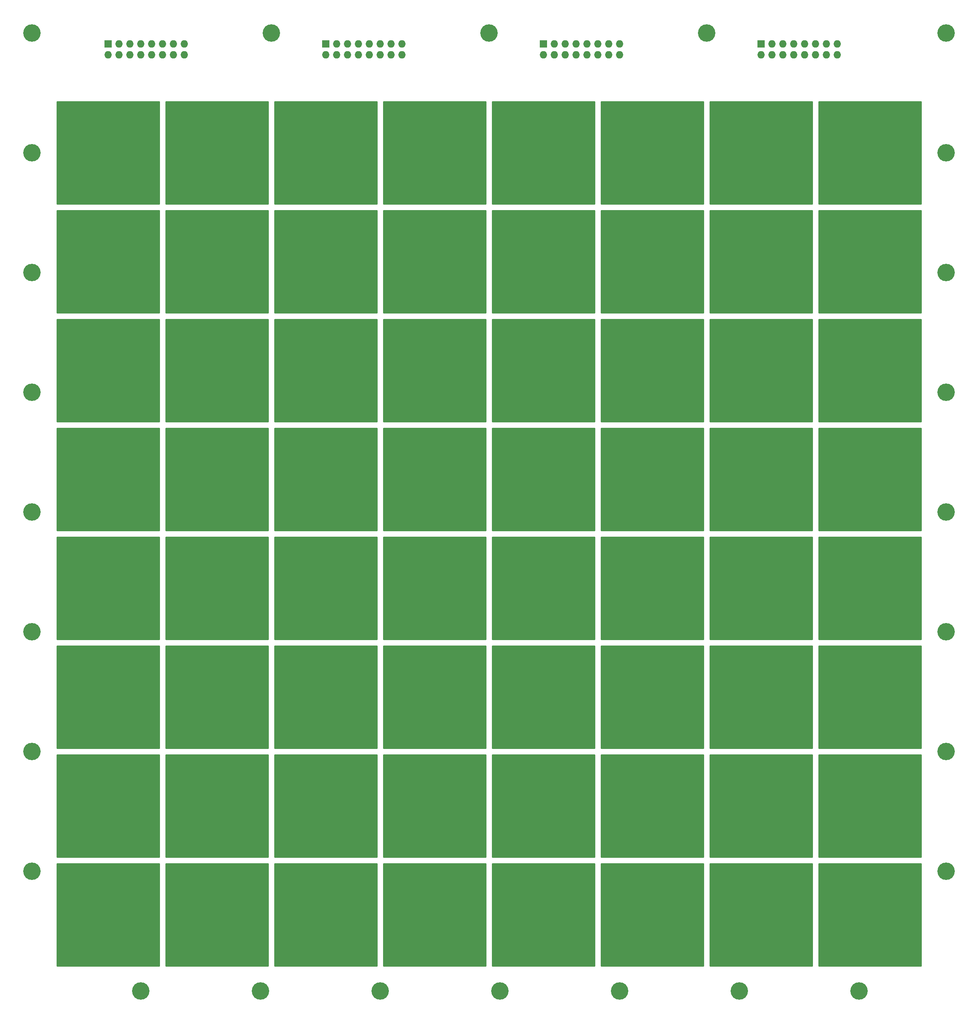
<source format=gbr>
G04 #@! TF.FileFunction,Copper,L2,Bot,Signal*
%FSLAX46Y46*%
G04 Gerber Fmt 4.6, Leading zero omitted, Abs format (unit mm)*
G04 Created by KiCad (PCBNEW 4.0.1-stable) date 2016-05-02 16:33:35*
%MOMM*%
G01*
G04 APERTURE LIST*
%ADD10C,0.100000*%
%ADD11R,1.727200X1.727200*%
%ADD12O,1.727200X1.727200*%
%ADD13R,2.235200X2.235200*%
%ADD14C,4.064000*%
%ADD15C,0.254000*%
G04 APERTURE END LIST*
D10*
D11*
X48260000Y-30480000D03*
D12*
X48260000Y-33020000D03*
X50800000Y-30480000D03*
X50800000Y-33020000D03*
X53340000Y-30480000D03*
X53340000Y-33020000D03*
X55880000Y-30480000D03*
X55880000Y-33020000D03*
X58420000Y-30480000D03*
X58420000Y-33020000D03*
X60960000Y-30480000D03*
X60960000Y-33020000D03*
X63500000Y-30480000D03*
X63500000Y-33020000D03*
X66040000Y-30480000D03*
X66040000Y-33020000D03*
D13*
X48260000Y-55880000D03*
X48260000Y-81280000D03*
X48260000Y-106680000D03*
X48260000Y-132080000D03*
X48260000Y-157480000D03*
X48260000Y-182880000D03*
X48260000Y-208280000D03*
X48260000Y-233680000D03*
X73660000Y-55880000D03*
X73660000Y-81280000D03*
X73660000Y-106680000D03*
X73660000Y-132080000D03*
X73660000Y-157480000D03*
X73660000Y-182880000D03*
X73660000Y-208280000D03*
X73660000Y-233680000D03*
D11*
X99060000Y-30480000D03*
D12*
X99060000Y-33020000D03*
X101600000Y-30480000D03*
X101600000Y-33020000D03*
X104140000Y-30480000D03*
X104140000Y-33020000D03*
X106680000Y-30480000D03*
X106680000Y-33020000D03*
X109220000Y-30480000D03*
X109220000Y-33020000D03*
X111760000Y-30480000D03*
X111760000Y-33020000D03*
X114300000Y-30480000D03*
X114300000Y-33020000D03*
X116840000Y-30480000D03*
X116840000Y-33020000D03*
D13*
X99060000Y-55880000D03*
X99060000Y-81280000D03*
X99060000Y-106680000D03*
X99060000Y-132080000D03*
X99060000Y-157480000D03*
X99060000Y-182880000D03*
X99060000Y-208280000D03*
X99060000Y-233680000D03*
X124460000Y-55880000D03*
X124460000Y-81280000D03*
X124460000Y-106680000D03*
X124460000Y-132080000D03*
X124460000Y-157480000D03*
X124460000Y-182880000D03*
X124460000Y-208280000D03*
X124460000Y-233680000D03*
D11*
X149860000Y-30480000D03*
D12*
X149860000Y-33020000D03*
X152400000Y-30480000D03*
X152400000Y-33020000D03*
X154940000Y-30480000D03*
X154940000Y-33020000D03*
X157480000Y-30480000D03*
X157480000Y-33020000D03*
X160020000Y-30480000D03*
X160020000Y-33020000D03*
X162560000Y-30480000D03*
X162560000Y-33020000D03*
X165100000Y-30480000D03*
X165100000Y-33020000D03*
X167640000Y-30480000D03*
X167640000Y-33020000D03*
D13*
X149860000Y-55880000D03*
X149860000Y-81280000D03*
X149860000Y-106680000D03*
X149860000Y-132080000D03*
X149860000Y-157480000D03*
X149860000Y-182880000D03*
X149860000Y-208280000D03*
X149860000Y-233680000D03*
X175260000Y-55880000D03*
X175260000Y-81280000D03*
X175260000Y-106680000D03*
X175260000Y-132080000D03*
X175260000Y-157480000D03*
X175260000Y-182880000D03*
X175260000Y-208280000D03*
X175260000Y-233680000D03*
D11*
X200660000Y-30480000D03*
D12*
X200660000Y-33020000D03*
X203200000Y-30480000D03*
X203200000Y-33020000D03*
X205740000Y-30480000D03*
X205740000Y-33020000D03*
X208280000Y-30480000D03*
X208280000Y-33020000D03*
X210820000Y-30480000D03*
X210820000Y-33020000D03*
X213360000Y-30480000D03*
X213360000Y-33020000D03*
X215900000Y-30480000D03*
X215900000Y-33020000D03*
X218440000Y-30480000D03*
X218440000Y-33020000D03*
D13*
X200660000Y-55880000D03*
X200660000Y-81280000D03*
X200660000Y-106680000D03*
X200660000Y-132080000D03*
X200660000Y-157480000D03*
X200660000Y-182880000D03*
X200660000Y-208280000D03*
X200660000Y-233680000D03*
X226060000Y-55880000D03*
X226060000Y-81280000D03*
X226060000Y-106680000D03*
X226060000Y-132080000D03*
X226060000Y-157480000D03*
X226060000Y-182880000D03*
X226060000Y-208280000D03*
X226060000Y-233680000D03*
D14*
X30480000Y-27940000D03*
X30480000Y-55880000D03*
X30480000Y-83820000D03*
X30480000Y-111760000D03*
X30480000Y-139700000D03*
X30480000Y-167640000D03*
X30480000Y-195580000D03*
X30480000Y-223520000D03*
X55880000Y-251460000D03*
X83820000Y-251460000D03*
X111760000Y-251460000D03*
X139700000Y-251460000D03*
X167640000Y-251460000D03*
X195580000Y-251460000D03*
X223520000Y-251460000D03*
X243840000Y-223520000D03*
X243840000Y-195580000D03*
X243840000Y-167640000D03*
X243840000Y-139700000D03*
X243840000Y-111760000D03*
X243840000Y-83820000D03*
X243840000Y-55880000D03*
X243840000Y-27940000D03*
X187960000Y-27940000D03*
X137160000Y-27940000D03*
X86360000Y-27940000D03*
D15*
G36*
X60198000Y-67818000D02*
X36322000Y-67818000D01*
X36322000Y-43942000D01*
X60198000Y-43942000D01*
X60198000Y-67818000D01*
X60198000Y-67818000D01*
G37*
X60198000Y-67818000D02*
X36322000Y-67818000D01*
X36322000Y-43942000D01*
X60198000Y-43942000D01*
X60198000Y-67818000D01*
G36*
X60198000Y-93218000D02*
X36322000Y-93218000D01*
X36322000Y-69342000D01*
X60198000Y-69342000D01*
X60198000Y-93218000D01*
X60198000Y-93218000D01*
G37*
X60198000Y-93218000D02*
X36322000Y-93218000D01*
X36322000Y-69342000D01*
X60198000Y-69342000D01*
X60198000Y-93218000D01*
G36*
X60198000Y-118618000D02*
X36322000Y-118618000D01*
X36322000Y-94742000D01*
X60198000Y-94742000D01*
X60198000Y-118618000D01*
X60198000Y-118618000D01*
G37*
X60198000Y-118618000D02*
X36322000Y-118618000D01*
X36322000Y-94742000D01*
X60198000Y-94742000D01*
X60198000Y-118618000D01*
G36*
X60198000Y-144018000D02*
X36322000Y-144018000D01*
X36322000Y-120142000D01*
X60198000Y-120142000D01*
X60198000Y-144018000D01*
X60198000Y-144018000D01*
G37*
X60198000Y-144018000D02*
X36322000Y-144018000D01*
X36322000Y-120142000D01*
X60198000Y-120142000D01*
X60198000Y-144018000D01*
G36*
X60198000Y-169418000D02*
X36322000Y-169418000D01*
X36322000Y-145542000D01*
X60198000Y-145542000D01*
X60198000Y-169418000D01*
X60198000Y-169418000D01*
G37*
X60198000Y-169418000D02*
X36322000Y-169418000D01*
X36322000Y-145542000D01*
X60198000Y-145542000D01*
X60198000Y-169418000D01*
G36*
X60198000Y-194818000D02*
X36322000Y-194818000D01*
X36322000Y-170942000D01*
X60198000Y-170942000D01*
X60198000Y-194818000D01*
X60198000Y-194818000D01*
G37*
X60198000Y-194818000D02*
X36322000Y-194818000D01*
X36322000Y-170942000D01*
X60198000Y-170942000D01*
X60198000Y-194818000D01*
G36*
X60198000Y-220218000D02*
X36322000Y-220218000D01*
X36322000Y-196342000D01*
X60198000Y-196342000D01*
X60198000Y-220218000D01*
X60198000Y-220218000D01*
G37*
X60198000Y-220218000D02*
X36322000Y-220218000D01*
X36322000Y-196342000D01*
X60198000Y-196342000D01*
X60198000Y-220218000D01*
G36*
X60198000Y-245618000D02*
X36322000Y-245618000D01*
X36322000Y-221742000D01*
X60198000Y-221742000D01*
X60198000Y-245618000D01*
X60198000Y-245618000D01*
G37*
X60198000Y-245618000D02*
X36322000Y-245618000D01*
X36322000Y-221742000D01*
X60198000Y-221742000D01*
X60198000Y-245618000D01*
G36*
X85598000Y-67818000D02*
X61722000Y-67818000D01*
X61722000Y-43942000D01*
X85598000Y-43942000D01*
X85598000Y-67818000D01*
X85598000Y-67818000D01*
G37*
X85598000Y-67818000D02*
X61722000Y-67818000D01*
X61722000Y-43942000D01*
X85598000Y-43942000D01*
X85598000Y-67818000D01*
G36*
X85598000Y-93218000D02*
X61722000Y-93218000D01*
X61722000Y-69342000D01*
X85598000Y-69342000D01*
X85598000Y-93218000D01*
X85598000Y-93218000D01*
G37*
X85598000Y-93218000D02*
X61722000Y-93218000D01*
X61722000Y-69342000D01*
X85598000Y-69342000D01*
X85598000Y-93218000D01*
G36*
X85598000Y-118618000D02*
X61722000Y-118618000D01*
X61722000Y-94742000D01*
X85598000Y-94742000D01*
X85598000Y-118618000D01*
X85598000Y-118618000D01*
G37*
X85598000Y-118618000D02*
X61722000Y-118618000D01*
X61722000Y-94742000D01*
X85598000Y-94742000D01*
X85598000Y-118618000D01*
G36*
X85598000Y-144018000D02*
X61722000Y-144018000D01*
X61722000Y-120142000D01*
X85598000Y-120142000D01*
X85598000Y-144018000D01*
X85598000Y-144018000D01*
G37*
X85598000Y-144018000D02*
X61722000Y-144018000D01*
X61722000Y-120142000D01*
X85598000Y-120142000D01*
X85598000Y-144018000D01*
G36*
X85598000Y-169418000D02*
X61722000Y-169418000D01*
X61722000Y-145542000D01*
X85598000Y-145542000D01*
X85598000Y-169418000D01*
X85598000Y-169418000D01*
G37*
X85598000Y-169418000D02*
X61722000Y-169418000D01*
X61722000Y-145542000D01*
X85598000Y-145542000D01*
X85598000Y-169418000D01*
G36*
X85598000Y-194818000D02*
X61722000Y-194818000D01*
X61722000Y-170942000D01*
X85598000Y-170942000D01*
X85598000Y-194818000D01*
X85598000Y-194818000D01*
G37*
X85598000Y-194818000D02*
X61722000Y-194818000D01*
X61722000Y-170942000D01*
X85598000Y-170942000D01*
X85598000Y-194818000D01*
G36*
X85598000Y-220218000D02*
X61722000Y-220218000D01*
X61722000Y-196342000D01*
X85598000Y-196342000D01*
X85598000Y-220218000D01*
X85598000Y-220218000D01*
G37*
X85598000Y-220218000D02*
X61722000Y-220218000D01*
X61722000Y-196342000D01*
X85598000Y-196342000D01*
X85598000Y-220218000D01*
G36*
X85598000Y-245618000D02*
X61722000Y-245618000D01*
X61722000Y-221742000D01*
X85598000Y-221742000D01*
X85598000Y-245618000D01*
X85598000Y-245618000D01*
G37*
X85598000Y-245618000D02*
X61722000Y-245618000D01*
X61722000Y-221742000D01*
X85598000Y-221742000D01*
X85598000Y-245618000D01*
G36*
X110998000Y-67818000D02*
X87122000Y-67818000D01*
X87122000Y-43942000D01*
X110998000Y-43942000D01*
X110998000Y-67818000D01*
X110998000Y-67818000D01*
G37*
X110998000Y-67818000D02*
X87122000Y-67818000D01*
X87122000Y-43942000D01*
X110998000Y-43942000D01*
X110998000Y-67818000D01*
G36*
X110998000Y-93218000D02*
X87122000Y-93218000D01*
X87122000Y-69342000D01*
X110998000Y-69342000D01*
X110998000Y-93218000D01*
X110998000Y-93218000D01*
G37*
X110998000Y-93218000D02*
X87122000Y-93218000D01*
X87122000Y-69342000D01*
X110998000Y-69342000D01*
X110998000Y-93218000D01*
G36*
X110998000Y-118618000D02*
X87122000Y-118618000D01*
X87122000Y-94742000D01*
X110998000Y-94742000D01*
X110998000Y-118618000D01*
X110998000Y-118618000D01*
G37*
X110998000Y-118618000D02*
X87122000Y-118618000D01*
X87122000Y-94742000D01*
X110998000Y-94742000D01*
X110998000Y-118618000D01*
G36*
X110998000Y-144018000D02*
X87122000Y-144018000D01*
X87122000Y-120142000D01*
X110998000Y-120142000D01*
X110998000Y-144018000D01*
X110998000Y-144018000D01*
G37*
X110998000Y-144018000D02*
X87122000Y-144018000D01*
X87122000Y-120142000D01*
X110998000Y-120142000D01*
X110998000Y-144018000D01*
G36*
X110998000Y-169418000D02*
X87122000Y-169418000D01*
X87122000Y-145542000D01*
X110998000Y-145542000D01*
X110998000Y-169418000D01*
X110998000Y-169418000D01*
G37*
X110998000Y-169418000D02*
X87122000Y-169418000D01*
X87122000Y-145542000D01*
X110998000Y-145542000D01*
X110998000Y-169418000D01*
G36*
X110998000Y-194818000D02*
X87122000Y-194818000D01*
X87122000Y-170942000D01*
X110998000Y-170942000D01*
X110998000Y-194818000D01*
X110998000Y-194818000D01*
G37*
X110998000Y-194818000D02*
X87122000Y-194818000D01*
X87122000Y-170942000D01*
X110998000Y-170942000D01*
X110998000Y-194818000D01*
G36*
X110998000Y-220218000D02*
X87122000Y-220218000D01*
X87122000Y-196342000D01*
X110998000Y-196342000D01*
X110998000Y-220218000D01*
X110998000Y-220218000D01*
G37*
X110998000Y-220218000D02*
X87122000Y-220218000D01*
X87122000Y-196342000D01*
X110998000Y-196342000D01*
X110998000Y-220218000D01*
G36*
X110998000Y-245618000D02*
X87122000Y-245618000D01*
X87122000Y-221742000D01*
X110998000Y-221742000D01*
X110998000Y-245618000D01*
X110998000Y-245618000D01*
G37*
X110998000Y-245618000D02*
X87122000Y-245618000D01*
X87122000Y-221742000D01*
X110998000Y-221742000D01*
X110998000Y-245618000D01*
G36*
X136398000Y-67818000D02*
X112522000Y-67818000D01*
X112522000Y-43942000D01*
X136398000Y-43942000D01*
X136398000Y-67818000D01*
X136398000Y-67818000D01*
G37*
X136398000Y-67818000D02*
X112522000Y-67818000D01*
X112522000Y-43942000D01*
X136398000Y-43942000D01*
X136398000Y-67818000D01*
G36*
X136398000Y-93218000D02*
X112522000Y-93218000D01*
X112522000Y-69342000D01*
X136398000Y-69342000D01*
X136398000Y-93218000D01*
X136398000Y-93218000D01*
G37*
X136398000Y-93218000D02*
X112522000Y-93218000D01*
X112522000Y-69342000D01*
X136398000Y-69342000D01*
X136398000Y-93218000D01*
G36*
X136398000Y-118618000D02*
X112522000Y-118618000D01*
X112522000Y-94742000D01*
X136398000Y-94742000D01*
X136398000Y-118618000D01*
X136398000Y-118618000D01*
G37*
X136398000Y-118618000D02*
X112522000Y-118618000D01*
X112522000Y-94742000D01*
X136398000Y-94742000D01*
X136398000Y-118618000D01*
G36*
X136398000Y-144018000D02*
X112522000Y-144018000D01*
X112522000Y-120142000D01*
X136398000Y-120142000D01*
X136398000Y-144018000D01*
X136398000Y-144018000D01*
G37*
X136398000Y-144018000D02*
X112522000Y-144018000D01*
X112522000Y-120142000D01*
X136398000Y-120142000D01*
X136398000Y-144018000D01*
G36*
X136398000Y-169418000D02*
X112522000Y-169418000D01*
X112522000Y-145542000D01*
X136398000Y-145542000D01*
X136398000Y-169418000D01*
X136398000Y-169418000D01*
G37*
X136398000Y-169418000D02*
X112522000Y-169418000D01*
X112522000Y-145542000D01*
X136398000Y-145542000D01*
X136398000Y-169418000D01*
G36*
X136398000Y-194818000D02*
X112522000Y-194818000D01*
X112522000Y-170942000D01*
X136398000Y-170942000D01*
X136398000Y-194818000D01*
X136398000Y-194818000D01*
G37*
X136398000Y-194818000D02*
X112522000Y-194818000D01*
X112522000Y-170942000D01*
X136398000Y-170942000D01*
X136398000Y-194818000D01*
G36*
X136398000Y-220218000D02*
X112522000Y-220218000D01*
X112522000Y-196342000D01*
X136398000Y-196342000D01*
X136398000Y-220218000D01*
X136398000Y-220218000D01*
G37*
X136398000Y-220218000D02*
X112522000Y-220218000D01*
X112522000Y-196342000D01*
X136398000Y-196342000D01*
X136398000Y-220218000D01*
G36*
X136398000Y-245618000D02*
X112522000Y-245618000D01*
X112522000Y-221742000D01*
X136398000Y-221742000D01*
X136398000Y-245618000D01*
X136398000Y-245618000D01*
G37*
X136398000Y-245618000D02*
X112522000Y-245618000D01*
X112522000Y-221742000D01*
X136398000Y-221742000D01*
X136398000Y-245618000D01*
G36*
X161798000Y-67818000D02*
X137922000Y-67818000D01*
X137922000Y-43942000D01*
X161798000Y-43942000D01*
X161798000Y-67818000D01*
X161798000Y-67818000D01*
G37*
X161798000Y-67818000D02*
X137922000Y-67818000D01*
X137922000Y-43942000D01*
X161798000Y-43942000D01*
X161798000Y-67818000D01*
G36*
X161798000Y-93218000D02*
X137922000Y-93218000D01*
X137922000Y-69342000D01*
X161798000Y-69342000D01*
X161798000Y-93218000D01*
X161798000Y-93218000D01*
G37*
X161798000Y-93218000D02*
X137922000Y-93218000D01*
X137922000Y-69342000D01*
X161798000Y-69342000D01*
X161798000Y-93218000D01*
G36*
X161798000Y-118618000D02*
X137922000Y-118618000D01*
X137922000Y-94742000D01*
X161798000Y-94742000D01*
X161798000Y-118618000D01*
X161798000Y-118618000D01*
G37*
X161798000Y-118618000D02*
X137922000Y-118618000D01*
X137922000Y-94742000D01*
X161798000Y-94742000D01*
X161798000Y-118618000D01*
G36*
X161798000Y-144018000D02*
X137922000Y-144018000D01*
X137922000Y-120142000D01*
X161798000Y-120142000D01*
X161798000Y-144018000D01*
X161798000Y-144018000D01*
G37*
X161798000Y-144018000D02*
X137922000Y-144018000D01*
X137922000Y-120142000D01*
X161798000Y-120142000D01*
X161798000Y-144018000D01*
G36*
X161798000Y-169418000D02*
X137922000Y-169418000D01*
X137922000Y-145542000D01*
X161798000Y-145542000D01*
X161798000Y-169418000D01*
X161798000Y-169418000D01*
G37*
X161798000Y-169418000D02*
X137922000Y-169418000D01*
X137922000Y-145542000D01*
X161798000Y-145542000D01*
X161798000Y-169418000D01*
G36*
X161798000Y-194818000D02*
X137922000Y-194818000D01*
X137922000Y-170942000D01*
X161798000Y-170942000D01*
X161798000Y-194818000D01*
X161798000Y-194818000D01*
G37*
X161798000Y-194818000D02*
X137922000Y-194818000D01*
X137922000Y-170942000D01*
X161798000Y-170942000D01*
X161798000Y-194818000D01*
G36*
X161798000Y-220218000D02*
X137922000Y-220218000D01*
X137922000Y-196342000D01*
X161798000Y-196342000D01*
X161798000Y-220218000D01*
X161798000Y-220218000D01*
G37*
X161798000Y-220218000D02*
X137922000Y-220218000D01*
X137922000Y-196342000D01*
X161798000Y-196342000D01*
X161798000Y-220218000D01*
G36*
X161798000Y-245618000D02*
X137922000Y-245618000D01*
X137922000Y-221742000D01*
X161798000Y-221742000D01*
X161798000Y-245618000D01*
X161798000Y-245618000D01*
G37*
X161798000Y-245618000D02*
X137922000Y-245618000D01*
X137922000Y-221742000D01*
X161798000Y-221742000D01*
X161798000Y-245618000D01*
G36*
X187198000Y-67818000D02*
X163322000Y-67818000D01*
X163322000Y-43942000D01*
X187198000Y-43942000D01*
X187198000Y-67818000D01*
X187198000Y-67818000D01*
G37*
X187198000Y-67818000D02*
X163322000Y-67818000D01*
X163322000Y-43942000D01*
X187198000Y-43942000D01*
X187198000Y-67818000D01*
G36*
X187198000Y-93218000D02*
X163322000Y-93218000D01*
X163322000Y-69342000D01*
X187198000Y-69342000D01*
X187198000Y-93218000D01*
X187198000Y-93218000D01*
G37*
X187198000Y-93218000D02*
X163322000Y-93218000D01*
X163322000Y-69342000D01*
X187198000Y-69342000D01*
X187198000Y-93218000D01*
G36*
X187198000Y-118618000D02*
X163322000Y-118618000D01*
X163322000Y-94742000D01*
X187198000Y-94742000D01*
X187198000Y-118618000D01*
X187198000Y-118618000D01*
G37*
X187198000Y-118618000D02*
X163322000Y-118618000D01*
X163322000Y-94742000D01*
X187198000Y-94742000D01*
X187198000Y-118618000D01*
G36*
X187198000Y-144018000D02*
X163322000Y-144018000D01*
X163322000Y-120142000D01*
X187198000Y-120142000D01*
X187198000Y-144018000D01*
X187198000Y-144018000D01*
G37*
X187198000Y-144018000D02*
X163322000Y-144018000D01*
X163322000Y-120142000D01*
X187198000Y-120142000D01*
X187198000Y-144018000D01*
G36*
X187198000Y-169418000D02*
X163322000Y-169418000D01*
X163322000Y-145542000D01*
X187198000Y-145542000D01*
X187198000Y-169418000D01*
X187198000Y-169418000D01*
G37*
X187198000Y-169418000D02*
X163322000Y-169418000D01*
X163322000Y-145542000D01*
X187198000Y-145542000D01*
X187198000Y-169418000D01*
G36*
X187198000Y-194818000D02*
X163322000Y-194818000D01*
X163322000Y-170942000D01*
X187198000Y-170942000D01*
X187198000Y-194818000D01*
X187198000Y-194818000D01*
G37*
X187198000Y-194818000D02*
X163322000Y-194818000D01*
X163322000Y-170942000D01*
X187198000Y-170942000D01*
X187198000Y-194818000D01*
G36*
X187198000Y-220218000D02*
X163322000Y-220218000D01*
X163322000Y-196342000D01*
X187198000Y-196342000D01*
X187198000Y-220218000D01*
X187198000Y-220218000D01*
G37*
X187198000Y-220218000D02*
X163322000Y-220218000D01*
X163322000Y-196342000D01*
X187198000Y-196342000D01*
X187198000Y-220218000D01*
G36*
X187198000Y-245618000D02*
X163322000Y-245618000D01*
X163322000Y-221742000D01*
X187198000Y-221742000D01*
X187198000Y-245618000D01*
X187198000Y-245618000D01*
G37*
X187198000Y-245618000D02*
X163322000Y-245618000D01*
X163322000Y-221742000D01*
X187198000Y-221742000D01*
X187198000Y-245618000D01*
G36*
X212598000Y-67818000D02*
X188722000Y-67818000D01*
X188722000Y-43942000D01*
X212598000Y-43942000D01*
X212598000Y-67818000D01*
X212598000Y-67818000D01*
G37*
X212598000Y-67818000D02*
X188722000Y-67818000D01*
X188722000Y-43942000D01*
X212598000Y-43942000D01*
X212598000Y-67818000D01*
G36*
X212598000Y-93218000D02*
X188722000Y-93218000D01*
X188722000Y-69342000D01*
X212598000Y-69342000D01*
X212598000Y-93218000D01*
X212598000Y-93218000D01*
G37*
X212598000Y-93218000D02*
X188722000Y-93218000D01*
X188722000Y-69342000D01*
X212598000Y-69342000D01*
X212598000Y-93218000D01*
G36*
X212598000Y-118618000D02*
X188722000Y-118618000D01*
X188722000Y-94742000D01*
X212598000Y-94742000D01*
X212598000Y-118618000D01*
X212598000Y-118618000D01*
G37*
X212598000Y-118618000D02*
X188722000Y-118618000D01*
X188722000Y-94742000D01*
X212598000Y-94742000D01*
X212598000Y-118618000D01*
G36*
X212598000Y-144018000D02*
X188722000Y-144018000D01*
X188722000Y-120142000D01*
X212598000Y-120142000D01*
X212598000Y-144018000D01*
X212598000Y-144018000D01*
G37*
X212598000Y-144018000D02*
X188722000Y-144018000D01*
X188722000Y-120142000D01*
X212598000Y-120142000D01*
X212598000Y-144018000D01*
G36*
X212598000Y-169418000D02*
X188722000Y-169418000D01*
X188722000Y-145542000D01*
X212598000Y-145542000D01*
X212598000Y-169418000D01*
X212598000Y-169418000D01*
G37*
X212598000Y-169418000D02*
X188722000Y-169418000D01*
X188722000Y-145542000D01*
X212598000Y-145542000D01*
X212598000Y-169418000D01*
G36*
X212598000Y-194818000D02*
X188722000Y-194818000D01*
X188722000Y-170942000D01*
X212598000Y-170942000D01*
X212598000Y-194818000D01*
X212598000Y-194818000D01*
G37*
X212598000Y-194818000D02*
X188722000Y-194818000D01*
X188722000Y-170942000D01*
X212598000Y-170942000D01*
X212598000Y-194818000D01*
G36*
X212598000Y-220218000D02*
X188722000Y-220218000D01*
X188722000Y-196342000D01*
X212598000Y-196342000D01*
X212598000Y-220218000D01*
X212598000Y-220218000D01*
G37*
X212598000Y-220218000D02*
X188722000Y-220218000D01*
X188722000Y-196342000D01*
X212598000Y-196342000D01*
X212598000Y-220218000D01*
G36*
X212598000Y-245618000D02*
X188722000Y-245618000D01*
X188722000Y-221742000D01*
X212598000Y-221742000D01*
X212598000Y-245618000D01*
X212598000Y-245618000D01*
G37*
X212598000Y-245618000D02*
X188722000Y-245618000D01*
X188722000Y-221742000D01*
X212598000Y-221742000D01*
X212598000Y-245618000D01*
G36*
X237998000Y-67818000D02*
X214122000Y-67818000D01*
X214122000Y-43942000D01*
X237998000Y-43942000D01*
X237998000Y-67818000D01*
X237998000Y-67818000D01*
G37*
X237998000Y-67818000D02*
X214122000Y-67818000D01*
X214122000Y-43942000D01*
X237998000Y-43942000D01*
X237998000Y-67818000D01*
G36*
X237998000Y-93218000D02*
X214122000Y-93218000D01*
X214122000Y-69342000D01*
X237998000Y-69342000D01*
X237998000Y-93218000D01*
X237998000Y-93218000D01*
G37*
X237998000Y-93218000D02*
X214122000Y-93218000D01*
X214122000Y-69342000D01*
X237998000Y-69342000D01*
X237998000Y-93218000D01*
G36*
X237998000Y-118618000D02*
X214122000Y-118618000D01*
X214122000Y-94742000D01*
X237998000Y-94742000D01*
X237998000Y-118618000D01*
X237998000Y-118618000D01*
G37*
X237998000Y-118618000D02*
X214122000Y-118618000D01*
X214122000Y-94742000D01*
X237998000Y-94742000D01*
X237998000Y-118618000D01*
G36*
X237998000Y-144018000D02*
X214122000Y-144018000D01*
X214122000Y-120142000D01*
X237998000Y-120142000D01*
X237998000Y-144018000D01*
X237998000Y-144018000D01*
G37*
X237998000Y-144018000D02*
X214122000Y-144018000D01*
X214122000Y-120142000D01*
X237998000Y-120142000D01*
X237998000Y-144018000D01*
G36*
X237998000Y-169418000D02*
X214122000Y-169418000D01*
X214122000Y-145542000D01*
X237998000Y-145542000D01*
X237998000Y-169418000D01*
X237998000Y-169418000D01*
G37*
X237998000Y-169418000D02*
X214122000Y-169418000D01*
X214122000Y-145542000D01*
X237998000Y-145542000D01*
X237998000Y-169418000D01*
G36*
X237998000Y-194818000D02*
X214122000Y-194818000D01*
X214122000Y-170942000D01*
X237998000Y-170942000D01*
X237998000Y-194818000D01*
X237998000Y-194818000D01*
G37*
X237998000Y-194818000D02*
X214122000Y-194818000D01*
X214122000Y-170942000D01*
X237998000Y-170942000D01*
X237998000Y-194818000D01*
G36*
X237998000Y-220218000D02*
X214122000Y-220218000D01*
X214122000Y-196342000D01*
X237998000Y-196342000D01*
X237998000Y-220218000D01*
X237998000Y-220218000D01*
G37*
X237998000Y-220218000D02*
X214122000Y-220218000D01*
X214122000Y-196342000D01*
X237998000Y-196342000D01*
X237998000Y-220218000D01*
G36*
X237998000Y-245618000D02*
X214122000Y-245618000D01*
X214122000Y-221742000D01*
X237998000Y-221742000D01*
X237998000Y-245618000D01*
X237998000Y-245618000D01*
G37*
X237998000Y-245618000D02*
X214122000Y-245618000D01*
X214122000Y-221742000D01*
X237998000Y-221742000D01*
X237998000Y-245618000D01*
M02*

</source>
